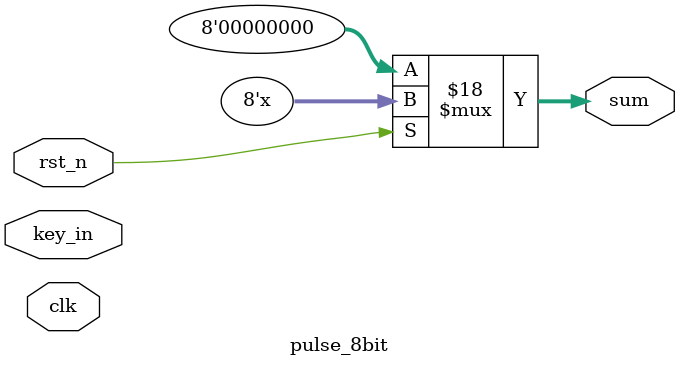
<source format=v>
module pulse_8bit(clk, rst_n, key_in, sum);

	input clk;				//系统时钟50MHZ
	input rst_n;			//低电平复位有效
	input key_in;			//低电平有效的独立按键

	output reg [7:0] sum;		//按键次数的计数
	
	reg state;				//定义的状态
	reg [31:0] count;		//定义的计数器（20ms）
	reg flag;				//按键稳定的标志信号
	
	// parameter cnt_num = 50_000_000 / 50 - 1;  //20ms  计数  50Hz
	// parameter cnt_num = 50_000_000 / 25 - 1;  //40ms  计数   25Hz
	// parameter cnt_num = 50_000_000 / 10 - 1;  //100ms  计数   10Hz
	// parameter cnt_num = 50_000_000 / 10000 - 1;  //0.1ms  计数   1 0000Hz
	parameter cnt_num = 0;
	
	always @ (posedge clk or negedge rst_n)
	begin
		if(!rst_n)      //复位时对reg信号赋初值
			begin
				state <= 0;
				count <= 32'd0;
				flag <= 0;
			end	
		else	
			begin
				case(state)		//0状态表示按键按下，1状态表示按键抬起
					0	:	begin
								if(!key_in)
									begin
										if(count < cnt_num)
											begin
												count <= count + 1;
												flag <= 0;
												state <= 0;
											end
										else
											begin
												count <= 0;
												flag <= 1;
												state <= 1;
											end
									end
								else
									begin
										state <= 0;
										count <= 25'd0;
										flag <= 0;
									end
							end
							
					1	:	begin
								flag <= 0;
								if(key_in)
									begin
										if(count < cnt_num)
											begin
												count <= count + 1;
												state <= 1;
												flag <= 0;
											end	
										else
											begin
												count <= 0;
												flag <= 0;
												state <= 0;
											end
									end
								else
									begin
										count <= 0;
										flag <= 0;
										state <= 1;
									end
							end
						default	:	state <= 0;
				endcase
			end
	end
	
	//记录按键按下的次数
	always @ (*)
	begin
		if(!rst_n)
			sum = 8'd0;
		else
			if(flag)
				sum = sum + 1;
			else
				sum = sum;
	end

endmodule 



// module pulse_8bit(clk, rst_n, key_in, sum);

// 	input clk;				//系统时钟50MHZ
// 	input rst_n;			//低电平复位有效
// 	input key_in;			//低电平有效的独立按键

// 	output reg [7:0] sum;		//按键次数的计数
	
// 	reg state;				//定义的状态
// 	reg [31:0] count;		//定义的计数器（20ms）
// 	reg flag;				//按键稳定的标志信号
	
// 	// parameter cnt_num = 50_000_000 / 50 - 1;  //20ms  计数  50Hz
// 	// parameter cnt_num = 50_000_000 / 25 - 1;  //40ms  计数   25Hz
// 	// parameter cnt_num = 50_000_000 / 10 - 1;  //100ms  计数   10Hz
// 	// parameter cnt_num = 50_000_000 / 10000 - 1;  //0.1ms  计数   1 0000Hz
// 	parameter cnt_num = 1;
	
// 	always @ (posedge clk or negedge rst_n)
// 	begin
// 		if(!rst_n)      //复位时对reg信号赋初值
// 			begin
// 				state <= 0;
// 				count <= 32'd0;
// 				flag <= 0;
// 			end	
// 		else	
// 			begin
// 				case(state)		//0状态表示按键按下，1状态表示按键抬起
// 					0	:	begin
// 								if(!key_in)
// 									begin
// 										if(count < cnt_num)
// 											begin
// 												count <= count + 1;
// 												flag <= 0;
// 												state <= 0;
// 											end
// 										else
// 											begin
// 												count <= 0;
// 												flag <= 1;
// 												state <= 1;
// 											end
// 									end
// 								else
// 									begin
// 										state <= 0;
// 										count <= 25'd0;
// 										flag <= 0;
// 									end
// 							end
							
// 					1	:	begin
// 								flag <= 0;
// 								if(key_in)
// 									begin
// 										if(count < cnt_num)
// 											begin
// 												count <= count + 1;
// 												state <= 1;
// 												flag <= 0;
// 											end	
// 										else
// 											begin
// 												count <= 0;
// 												flag <= 0;
// 												state <= 0;
// 											end
// 									end
// 								else
// 									begin
// 										count <= 0;
// 										flag <= 0;
// 										state <= 1;
// 									end
// 							end
// 						default	:	state <= 0;
// 				endcase
// 			end
// 	end
	
// 	//记录按键按下的次数
// 	always @ (*)
// 	begin
// 		if(!rst_n)
// 			sum = 8'd0;
// 		else
// 			if(flag)
// 				sum = sum + 1;
// 			else
// 				sum = sum;
// 	end

// endmodule 

</source>
